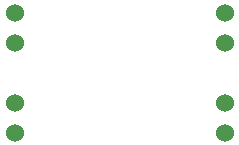
<source format=gbr>
%TF.GenerationSoftware,KiCad,Pcbnew,(6.0.5-0)*%
%TF.CreationDate,2022-06-13T21:57:41-05:00*%
%TF.ProjectId,ESP32,45535033-322e-46b6-9963-61645f706362,rev?*%
%TF.SameCoordinates,Original*%
%TF.FileFunction,Copper,L2,Bot*%
%TF.FilePolarity,Positive*%
%FSLAX46Y46*%
G04 Gerber Fmt 4.6, Leading zero omitted, Abs format (unit mm)*
G04 Created by KiCad (PCBNEW (6.0.5-0)) date 2022-06-13 21:57:41*
%MOMM*%
%LPD*%
G01*
G04 APERTURE LIST*
%TA.AperFunction,ComponentPad*%
%ADD10C,1.524000*%
%TD*%
G04 APERTURE END LIST*
D10*
%TO.P,U2,4,5v-*%
%TO.N,Net-(U1-Pad1)*%
X185420000Y-116840000D03*
X185420000Y-119380000D03*
%TO.P,U2,3,5v*%
%TO.N,Net-(U1-Pad2)*%
X185420000Y-111760000D03*
X185420000Y-109220000D03*
%TO.P,U2,2,IN-*%
%TO.N,unconnected-(U2-Pad2)*%
X167640000Y-116840000D03*
X167640000Y-119380000D03*
%TO.P,U2,1,IN+*%
%TO.N,unconnected-(U2-Pad1)*%
X167640000Y-111760000D03*
X167640000Y-109220000D03*
%TD*%
M02*

</source>
